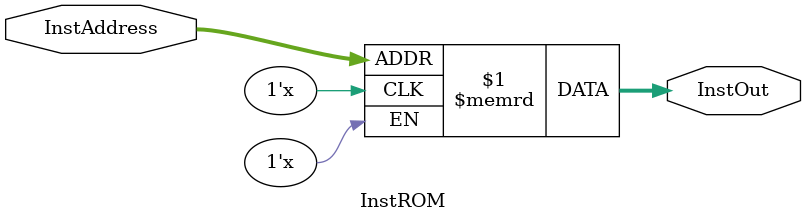
<source format=sv>

module InstROM(
    input [9:0] InstAddress,
    output logic[8:0] InstOut
    );
	 
    // Instructions have [1bit type bit][4bit op code][4bit register] 
    // no need for clock since the professor said he will use $readmemb instead of clock read
    logic [8:0] instruction_memory [0:1024];     //1024 slots(2^10) of instr mem, can change later
    assign InstOut = instruction_memory[InstAddress];

endmodule

</source>
